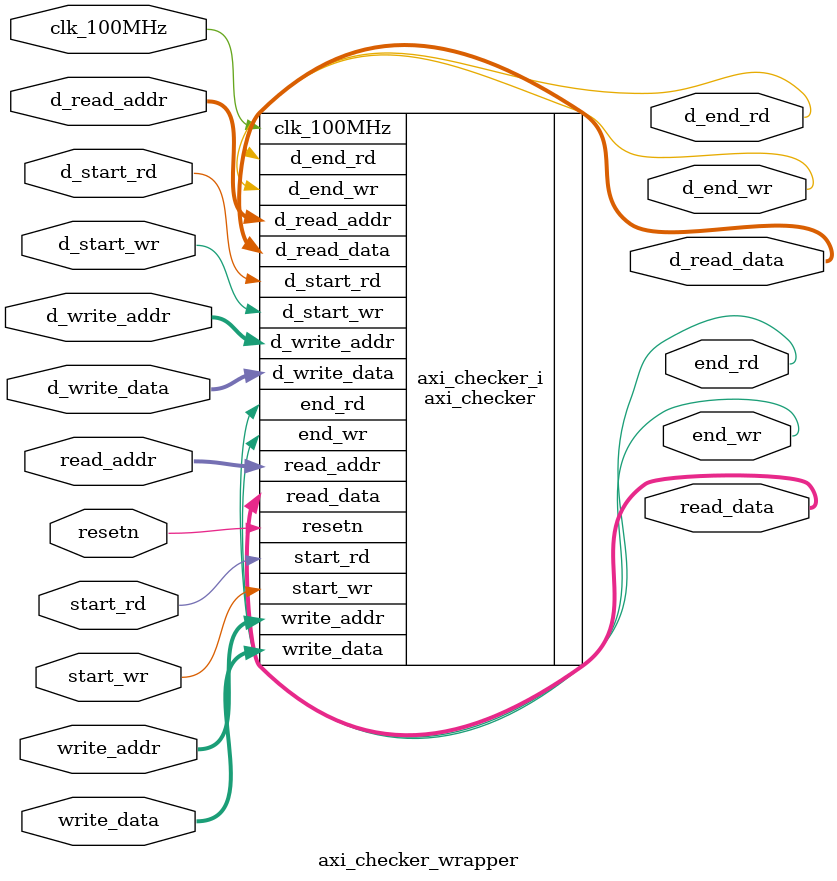
<source format=v>
`timescale 1 ps / 1 ps

module axi_checker_wrapper
   (clk_100MHz,
    d_end_rd,
    d_end_wr,
    d_read_addr,
    d_read_data,
    d_start_rd,
    d_start_wr,
    d_write_addr,
    d_write_data,
    end_rd,
    end_wr,
    read_addr,
    read_data,
    resetn,
    start_rd,
    start_wr,
    write_addr,
    write_data);
  input clk_100MHz;
  output d_end_rd;
  output d_end_wr;
  input [32:0]d_read_addr;
  output [255:0]d_read_data;
  input d_start_rd;
  input d_start_wr;
  input [32:0]d_write_addr;
  input [255:0]d_write_data;
  output end_rd;
  output end_wr;
  input [32:0]read_addr;
  output [255:0]read_data;
  input resetn;
  input start_rd;
  input start_wr;
  input [32:0]write_addr;
  input [255:0]write_data;

  wire clk_100MHz;
  wire d_end_rd;
  wire d_end_wr;
  wire [32:0]d_read_addr;
  wire [255:0]d_read_data;
  wire d_start_rd;
  wire d_start_wr;
  wire [32:0]d_write_addr;
  wire [255:0]d_write_data;
  wire end_rd;
  wire end_wr;
  wire [32:0]read_addr;
  wire [255:0]read_data;
  wire resetn;
  wire start_rd;
  wire start_wr;
  wire [32:0]write_addr;
  wire [255:0]write_data;

  axi_checker axi_checker_i
       (.clk_100MHz(clk_100MHz),
        .d_end_rd(d_end_rd),
        .d_end_wr(d_end_wr),
        .d_read_addr(d_read_addr),
        .d_read_data(d_read_data),
        .d_start_rd(d_start_rd),
        .d_start_wr(d_start_wr),
        .d_write_addr(d_write_addr),
        .d_write_data(d_write_data),
        .end_rd(end_rd),
        .end_wr(end_wr),
        .read_addr(read_addr),
        .read_data(read_data),
        .resetn(resetn),
        .start_rd(start_rd),
        .start_wr(start_wr),
        .write_addr(write_addr),
        .write_data(write_data));
endmodule

</source>
